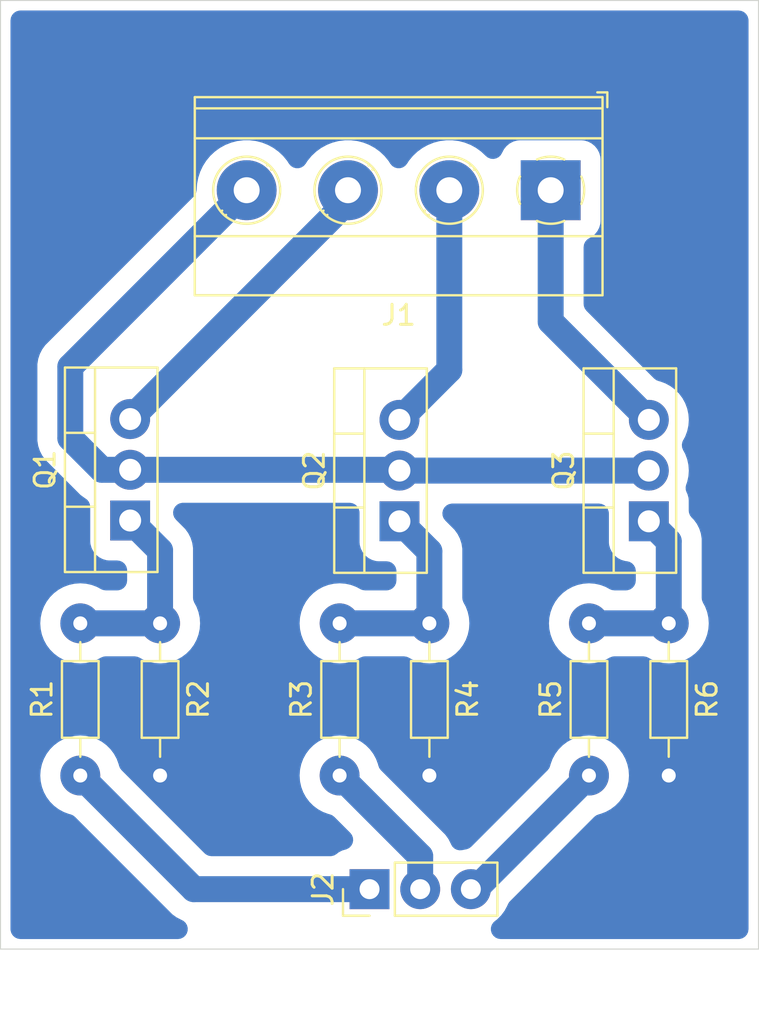
<source format=kicad_pcb>
(kicad_pcb (version 20240108) (generator "pcbnew") (generator_version "8.0")
  (layers (0 "F.Cu" signal) (31 "B.Cu" signal) (34 "B.Paste" user) (35 "F.Paste" user) (36 "B.SilkS" user "B.Silkscreen") (37 "F.SilkS" user "F.Silkscreen") (38 "B.Mask" user) (39 "F.Mask" user) (44 "Edge.Cuts" user))
  (net 0 "")
  (net 1 "B")
  (net 2 "+12V")
  (net 3 "R")
  (net 4 "G")
  (net 5 "G_Signal")
  (net 6 "B_Signal")
  (net 7 "R_Signal")
  (net 8 "Net-(Q1-G)")
  (net 9 "Net-(Q2-G)")
  (net 10 "Net-(Q3-G)")
  (net 11 "GND")
  (footprint "Connector_PinHeader_2.54mm:PinHeader_1x03_P2.54mm_Vertical" (layer "F.Cu") (at 150 106.5 90)
    (property "Reference" "J2" (at 0 -2.33 90) (layer "F.SilkS"))
    (property "Value" "Conn_01x03_Male")
    (fp_line (start -1.33 -1.33) (end 0 -1.33) (stroke (width 0.12)) (layer "F.SilkS"))
    (fp_line (start -1.33 0) (end -1.33 -1.33) (stroke (width 0.12)) (layer "F.SilkS"))
    (fp_line (start 1.33 1.27) (end 1.33 6.41) (stroke (width 0.12)) (layer "F.SilkS"))
    (fp_line (start -1.33 1.27) (end 1.33 1.27) (stroke (width 0.12)) (layer "F.SilkS"))
    (fp_line (start -1.33 1.27) (end -1.33 6.41) (stroke (width 0.12)) (layer "F.SilkS"))
    (fp_line (start -1.33 6.41) (end 1.33 6.41) (stroke (width 0.12)) (layer "F.SilkS"))
    (pad "1" thru_hole rect (at 0 0 90) (size 2 2) (drill 1) (layers "*.Cu" "*.Mask" "In1.Cu" "In2.Cu" "In3.Cu" "In4.Cu" "In5.Cu" "In6.Cu" "In7.Cu" "In8.Cu" "In9.Cu" "In10.Cu" "In11.Cu" "In12.Cu" "In13.Cu" "In14.Cu" "In15.Cu" "In16.Cu" "In17.Cu" "In18.Cu" "In19.Cu" "In20.Cu" "In21.Cu" "In22.Cu" "In23.Cu" "In24.Cu" "In25.Cu" "In26.Cu" "In27.Cu" "In28.Cu" "In29.Cu" "In30.Cu") (net 7 "R_Signal"))
    (pad "2" thru_hole oval (at 0 2.54 90) (size 2 2) (drill 1) (layers "*.Cu" "*.Mask" "In1.Cu" "In2.Cu" "In3.Cu" "In4.Cu" "In5.Cu" "In6.Cu" "In7.Cu" "In8.Cu" "In9.Cu" "In10.Cu" "In11.Cu" "In12.Cu" "In13.Cu" "In14.Cu" "In15.Cu" "In16.Cu" "In17.Cu" "In18.Cu" "In19.Cu" "In20.Cu" "In21.Cu" "In22.Cu" "In23.Cu" "In24.Cu" "In25.Cu" "In26.Cu" "In27.Cu" "In28.Cu" "In29.Cu" "In30.Cu") (net 5 "G_Signal"))
    (pad "3" thru_hole oval (at 0 5.08 90) (size 2 2) (drill 1) (layers "*.Cu" "*.Mask" "In1.Cu" "In2.Cu" "In3.Cu" "In4.Cu" "In5.Cu" "In6.Cu" "In7.Cu" "In8.Cu" "In9.Cu" "In10.Cu" "In11.Cu" "In12.Cu" "In13.Cu" "In14.Cu" "In15.Cu" "In16.Cu" "In17.Cu" "In18.Cu" "In19.Cu" "In20.Cu" "In21.Cu" "In22.Cu" "In23.Cu" "In24.Cu" "In25.Cu" "In26.Cu" "In27.Cu" "In28.Cu" "In29.Cu" "In30.Cu") (net 6 "B_Signal"))
  )
  (footprint "Resistor_THT:R_Axial_DIN0204_L3.6mm_D1.6mm_P7.62mm_Horizontal" (layer "F.Cu") (at 139.5 93.19 -90)
    (property "Reference" "R2" (at 3.81 -1.92 90) (layer "F.SilkS"))
    (property "Value" "10k")
    (fp_line (start 1.89 0.92) (end 5.73 0.92) (stroke (width 0.12)) (layer "F.SilkS"))
    (fp_line (start 5.73 0.92) (end 5.73 -0.92) (stroke (width 0.12)) (layer "F.SilkS"))
    (fp_line (start 0.94 0) (end 1.89 0) (stroke (width 0.12)) (layer "F.SilkS"))
    (fp_line (start 6.68 0) (end 5.73 0) (stroke (width 0.12)) (layer "F.SilkS"))
    (fp_line (start 1.89 -0.92) (end 1.89 0.92) (stroke (width 0.12)) (layer "F.SilkS"))
    (fp_line (start 5.73 -0.92) (end 1.89 -0.92) (stroke (width 0.12)) (layer "F.SilkS"))
    (pad "1" thru_hole circle (at 0 0 270) (size 2 2) (drill 0.7) (layers "*.Cu" "*.Mask" "In1.Cu" "In2.Cu" "In3.Cu" "In4.Cu" "In5.Cu" "In6.Cu" "In7.Cu" "In8.Cu" "In9.Cu" "In10.Cu" "In11.Cu" "In12.Cu" "In13.Cu" "In14.Cu" "In15.Cu" "In16.Cu" "In17.Cu" "In18.Cu" "In19.Cu" "In20.Cu" "In21.Cu" "In22.Cu" "In23.Cu" "In24.Cu" "In25.Cu" "In26.Cu" "In27.Cu" "In28.Cu" "In29.Cu" "In30.Cu") (net 8 "Net-(Q1-G)"))
    (pad "2" thru_hole oval (at 7.62 0 270) (size 2 2) (drill 0.7) (layers "*.Cu" "*.Mask" "In1.Cu" "In2.Cu" "In3.Cu" "In4.Cu" "In5.Cu" "In6.Cu" "In7.Cu" "In8.Cu" "In9.Cu" "In10.Cu" "In11.Cu" "In12.Cu" "In13.Cu" "In14.Cu" "In15.Cu" "In16.Cu" "In17.Cu" "In18.Cu" "In19.Cu" "In20.Cu" "In21.Cu" "In22.Cu" "In23.Cu" "In24.Cu" "In25.Cu" "In26.Cu" "In27.Cu" "In28.Cu" "In29.Cu" "In30.Cu") (net 11 "GND"))
  )
  (footprint "Resistor_THT:R_Axial_DIN0204_L3.6mm_D1.6mm_P7.62mm_Horizontal" (layer "F.Cu") (at 161 100.81 90)
    (property "Reference" "R5" (at 3.81 -1.92 90) (layer "F.SilkS"))
    (property "Value" "470")
    (fp_line (start 5.73 -0.92) (end 1.89 -0.92) (stroke (width 0.12)) (layer "F.SilkS"))
    (fp_line (start 1.89 -0.92) (end 1.89 0.92) (stroke (width 0.12)) (layer "F.SilkS"))
    (fp_line (start 6.68 0) (end 5.73 0) (stroke (width 0.12)) (layer "F.SilkS"))
    (fp_line (start 0.94 0) (end 1.89 0) (stroke (width 0.12)) (layer "F.SilkS"))
    (fp_line (start 5.73 0.92) (end 5.73 -0.92) (stroke (width 0.12)) (layer "F.SilkS"))
    (fp_line (start 1.89 0.92) (end 5.73 0.92) (stroke (width 0.12)) (layer "F.SilkS"))
    (pad "1" thru_hole circle (at 0 0 90) (size 2 2) (drill 0.7) (layers "*.Cu" "*.Mask" "In1.Cu" "In2.Cu" "In3.Cu" "In4.Cu" "In5.Cu" "In6.Cu" "In7.Cu" "In8.Cu" "In9.Cu" "In10.Cu" "In11.Cu" "In12.Cu" "In13.Cu" "In14.Cu" "In15.Cu" "In16.Cu" "In17.Cu" "In18.Cu" "In19.Cu" "In20.Cu" "In21.Cu" "In22.Cu" "In23.Cu" "In24.Cu" "In25.Cu" "In26.Cu" "In27.Cu" "In28.Cu" "In29.Cu" "In30.Cu") (net 6 "B_Signal"))
    (pad "2" thru_hole oval (at 7.62 0 90) (size 2 2) (drill 0.7) (layers "*.Cu" "*.Mask" "In1.Cu" "In2.Cu" "In3.Cu" "In4.Cu" "In5.Cu" "In6.Cu" "In7.Cu" "In8.Cu" "In9.Cu" "In10.Cu" "In11.Cu" "In12.Cu" "In13.Cu" "In14.Cu" "In15.Cu" "In16.Cu" "In17.Cu" "In18.Cu" "In19.Cu" "In20.Cu" "In21.Cu" "In22.Cu" "In23.Cu" "In24.Cu" "In25.Cu" "In26.Cu" "In27.Cu" "In28.Cu" "In29.Cu" "In30.Cu") (net 10 "Net-(Q3-G)"))
  )
  (footprint "TerminalBlock_Phoenix:TerminalBlock_Phoenix_MKDS-1,5-4-5.08_1x04_P5.08mm_Horizontal" (layer "F.Cu") (at 159.08 71.5 180)
    (property "Reference" "J1" (at 7.62 -6.26 360) (layer "F.SilkS"))
    (property "Value" "Screw_Terminal_01x04")
    (fp_line (start 17.84 -5.261) (end 17.84 4.66) (stroke (width 0.12)) (layer "F.SilkS"))
    (fp_line (start 16.515 -1.069) (end 16.468 -1.023) (stroke (width 0.12)) (layer "F.SilkS"))
    (fp_line (start 16.31 -1.275) (end 16.275 -1.239) (stroke (width 0.12)) (layer "F.SilkS"))
    (fp_line (start 14.206 1.239) (end 14.171 1.274) (stroke (width 0.12)) (layer "F.SilkS"))
    (fp_line (start 14.013 1.023) (end 13.966 1.069) (stroke (width 0.12)) (layer "F.SilkS"))
    (fp_line (start 11.435 -1.069) (end 11.388 -1.023) (stroke (width 0.12)) (layer "F.SilkS"))
    (fp_line (start 11.23 -1.275) (end 11.195 -1.239) (stroke (width 0.12)) (layer "F.SilkS"))
    (fp_line (start 9.126 1.239) (end 9.091 1.274) (stroke (width 0.12)) (layer "F.SilkS"))
    (fp_line (start 8.933 1.023) (end 8.886 1.069) (stroke (width 0.12)) (layer "F.SilkS"))
    (fp_line (start 6.355 -1.069) (end 6.308 -1.023) (stroke (width 0.12)) (layer "F.SilkS"))
    (fp_line (start 6.15 -1.275) (end 6.115 -1.239) (stroke (width 0.12)) (layer "F.SilkS"))
    (fp_line (start 4.046 1.239) (end 4.011 1.274) (stroke (width 0.12)) (layer "F.SilkS"))
    (fp_line (start 3.853 1.023) (end 3.806 1.069) (stroke (width 0.12)) (layer "F.SilkS"))
    (fp_line (start -2.6 4.66) (end 17.84 4.66) (stroke (width 0.12)) (layer "F.SilkS"))
    (fp_line (start -2.6 4.1) (end 17.84 4.1) (stroke (width 0.12)) (layer "F.SilkS"))
    (fp_line (start -2.6 2.6) (end 17.84 2.6) (stroke (width 0.12)) (layer "F.SilkS"))
    (fp_line (start -2.6 -2.301) (end 17.84 -2.301) (stroke (width 0.12)) (layer "F.SilkS"))
    (fp_line (start -2.6 -5.261) (end 17.84 -5.261) (stroke (width 0.12)) (layer "F.SilkS"))
    (fp_line (start -2.6 -5.261) (end -2.6 4.66) (stroke (width 0.12)) (layer "F.SilkS"))
    (fp_line (start -2.84 4.9) (end -2.34 4.9) (stroke (width 0.12)) (layer "F.SilkS"))
    (fp_line (start -2.84 4.16) (end -2.84 4.9) (stroke (width 0.12)) (layer "F.SilkS"))
    (fp_arc (start 1.535427 -0.683042) (mid 1.680501 0.000524) (end 1.535 0.684) (stroke (width 0.12)) (layer "F.SilkS"))
    (fp_arc (start 0.683318 1.534756) (mid 0.349292 1.643288) (end 0 1.68) (stroke (width 0.12)) (layer "F.SilkS"))
    (fp_arc (start 0.028805 1.680253) (mid -0.335551 1.646659) (end -0.684 1.535) (stroke (width 0.12)) (layer "F.SilkS"))
    (fp_arc (start -0.683042 -1.535427) (mid 0.000524 -1.680501) (end 0.684 -1.535) (stroke (width 0.12)) (layer "F.SilkS"))
    (fp_arc (start -1.535427 0.683042) (mid -1.680501 -0.000524) (end -1.535 -0.684) (stroke (width 0.12)) (layer "F.SilkS"))
    (fp_circle (center 15.24 0) (end 16.92 0) (stroke (width 0.12)) (fill none) (layer "F.SilkS"))
    (fp_circle (center 10.16 0) (end 11.84 0) (stroke (width 0.12)) (fill none) (layer "F.SilkS"))
    (fp_circle (center 5.08 0) (end 6.76 0) (stroke (width 0.12)) (fill none) (layer "F.SilkS"))
    (pad "1" thru_hole rect (at 0 0 180) (size 3 3) (drill 1.3) (layers "*.Cu" "*.Mask" "In1.Cu" "In2.Cu" "In3.Cu" "In4.Cu" "In5.Cu" "In6.Cu" "In7.Cu" "In8.Cu" "In9.Cu" "In10.Cu" "In11.Cu" "In12.Cu" "In13.Cu" "In14.Cu" "In15.Cu" "In16.Cu" "In17.Cu" "In18.Cu" "In19.Cu" "In20.Cu" "In21.Cu" "In22.Cu" "In23.Cu" "In24.Cu" "In25.Cu" "In26.Cu" "In27.Cu" "In28.Cu" "In29.Cu" "In30.Cu") (net 1 "B"))
    (pad "2" thru_hole circle (at 5.08 0 180) (size 3 3) (drill 1.3) (layers "*.Cu" "*.Mask" "In1.Cu" "In2.Cu" "In3.Cu" "In4.Cu" "In5.Cu" "In6.Cu" "In7.Cu" "In8.Cu" "In9.Cu" "In10.Cu" "In11.Cu" "In12.Cu" "In13.Cu" "In14.Cu" "In15.Cu" "In16.Cu" "In17.Cu" "In18.Cu" "In19.Cu" "In20.Cu" "In21.Cu" "In22.Cu" "In23.Cu" "In24.Cu" "In25.Cu" "In26.Cu" "In27.Cu" "In28.Cu" "In29.Cu" "In30.Cu") (net 4 "G"))
    (pad "3" thru_hole circle (at 10.16 0 180) (size 3 3) (drill 1.3) (layers "*.Cu" "*.Mask" "In1.Cu" "In2.Cu" "In3.Cu" "In4.Cu" "In5.Cu" "In6.Cu" "In7.Cu" "In8.Cu" "In9.Cu" "In10.Cu" "In11.Cu" "In12.Cu" "In13.Cu" "In14.Cu" "In15.Cu" "In16.Cu" "In17.Cu" "In18.Cu" "In19.Cu" "In20.Cu" "In21.Cu" "In22.Cu" "In23.Cu" "In24.Cu" "In25.Cu" "In26.Cu" "In27.Cu" "In28.Cu" "In29.Cu" "In30.Cu") (net 3 "R"))
    (pad "4" thru_hole circle (at 15.24 0 180) (size 3 3) (drill 1.3) (layers "*.Cu" "*.Mask" "In1.Cu" "In2.Cu" "In3.Cu" "In4.Cu" "In5.Cu" "In6.Cu" "In7.Cu" "In8.Cu" "In9.Cu" "In10.Cu" "In11.Cu" "In12.Cu" "In13.Cu" "In14.Cu" "In15.Cu" "In16.Cu" "In17.Cu" "In18.Cu" "In19.Cu" "In20.Cu" "In21.Cu" "In22.Cu" "In23.Cu" "In24.Cu" "In25.Cu" "In26.Cu" "In27.Cu" "In28.Cu" "In29.Cu" "In30.Cu") (net 2 "+12V"))
  )
  (footprint "Resistor_THT:R_Axial_DIN0204_L3.6mm_D1.6mm_P7.62mm_Horizontal" (layer "F.Cu") (at 165 93.19 -90)
    (property "Reference" "R6" (at 3.81 -1.92 90) (layer "F.SilkS"))
    (property "Value" "10k")
    (fp_line (start 1.89 0.92) (end 5.73 0.92) (stroke (width 0.12)) (layer "F.SilkS"))
    (fp_line (start 5.73 0.92) (end 5.73 -0.92) (stroke (width 0.12)) (layer "F.SilkS"))
    (fp_line (start 0.94 0) (end 1.89 0) (stroke (width 0.12)) (layer "F.SilkS"))
    (fp_line (start 6.68 0) (end 5.73 0) (stroke (width 0.12)) (layer "F.SilkS"))
    (fp_line (start 1.89 -0.92) (end 1.89 0.92) (stroke (width 0.12)) (layer "F.SilkS"))
    (fp_line (start 5.73 -0.92) (end 1.89 -0.92) (stroke (width 0.12)) (layer "F.SilkS"))
    (pad "1" thru_hole circle (at 0 0 270) (size 2 2) (drill 0.7) (layers "*.Cu" "*.Mask" "In1.Cu" "In2.Cu" "In3.Cu" "In4.Cu" "In5.Cu" "In6.Cu" "In7.Cu" "In8.Cu" "In9.Cu" "In10.Cu" "In11.Cu" "In12.Cu" "In13.Cu" "In14.Cu" "In15.Cu" "In16.Cu" "In17.Cu" "In18.Cu" "In19.Cu" "In20.Cu" "In21.Cu" "In22.Cu" "In23.Cu" "In24.Cu" "In25.Cu" "In26.Cu" "In27.Cu" "In28.Cu" "In29.Cu" "In30.Cu") (net 10 "Net-(Q3-G)"))
    (pad "2" thru_hole oval (at 7.62 0 270) (size 2 2) (drill 0.7) (layers "*.Cu" "*.Mask" "In1.Cu" "In2.Cu" "In3.Cu" "In4.Cu" "In5.Cu" "In6.Cu" "In7.Cu" "In8.Cu" "In9.Cu" "In10.Cu" "In11.Cu" "In12.Cu" "In13.Cu" "In14.Cu" "In15.Cu" "In16.Cu" "In17.Cu" "In18.Cu" "In19.Cu" "In20.Cu" "In21.Cu" "In22.Cu" "In23.Cu" "In24.Cu" "In25.Cu" "In26.Cu" "In27.Cu" "In28.Cu" "In29.Cu" "In30.Cu") (net 11 "GND"))
  )
  (footprint "Package_TO_SOT_THT:TO-220-3_Vertical" (layer "F.Cu") (at 164 88.08 90)
    (property "Reference" "Q3" (at 2.54 -4.27 90) (layer "F.SilkS"))
    (property "Value" "IRLZ44N")
    (fp_line (start 7.66 -3.27) (end 7.66 1.371) (stroke (width 0.12)) (layer "F.SilkS"))
    (fp_line (start 4.391 -3.27) (end 4.391 -1.76) (stroke (width 0.12)) (layer "F.SilkS"))
    (fp_line (start 0.69 -3.27) (end 0.69 -1.76) (stroke (width 0.12)) (layer "F.SilkS"))
    (fp_line (start -2.58 -3.27) (end 7.66 -3.27) (stroke (width 0.12)) (layer "F.SilkS"))
    (fp_line (start -2.58 -3.27) (end -2.58 1.371) (stroke (width 0.12)) (layer "F.SilkS"))
    (fp_line (start -2.58 -1.76) (end 7.66 -1.76) (stroke (width 0.12)) (layer "F.SilkS"))
    (fp_line (start -2.58 1.371) (end 7.66 1.371) (stroke (width 0.12)) (layer "F.SilkS"))
    (pad "1" thru_hole rect (at 0 0 90) (size 2 2) (drill 1.1) (layers "*.Cu" "*.Mask" "In1.Cu" "In2.Cu" "In3.Cu" "In4.Cu" "In5.Cu" "In6.Cu" "In7.Cu" "In8.Cu" "In9.Cu" "In10.Cu" "In11.Cu" "In12.Cu" "In13.Cu" "In14.Cu" "In15.Cu" "In16.Cu" "In17.Cu" "In18.Cu" "In19.Cu" "In20.Cu" "In21.Cu" "In22.Cu" "In23.Cu" "In24.Cu" "In25.Cu" "In26.Cu" "In27.Cu" "In28.Cu" "In29.Cu" "In30.Cu") (net 10 "Net-(Q3-G)"))
    (pad "2" thru_hole oval (at 2.54 0 90) (size 2 2) (drill 1.1) (layers "*.Cu" "*.Mask" "In1.Cu" "In2.Cu" "In3.Cu" "In4.Cu" "In5.Cu" "In6.Cu" "In7.Cu" "In8.Cu" "In9.Cu" "In10.Cu" "In11.Cu" "In12.Cu" "In13.Cu" "In14.Cu" "In15.Cu" "In16.Cu" "In17.Cu" "In18.Cu" "In19.Cu" "In20.Cu" "In21.Cu" "In22.Cu" "In23.Cu" "In24.Cu" "In25.Cu" "In26.Cu" "In27.Cu" "In28.Cu" "In29.Cu" "In30.Cu") (net 2 "+12V"))
    (pad "3" thru_hole oval (at 5.08 0 90) (size 2 2) (drill 1.1) (layers "*.Cu" "*.Mask" "In1.Cu" "In2.Cu" "In3.Cu" "In4.Cu" "In5.Cu" "In6.Cu" "In7.Cu" "In8.Cu" "In9.Cu" "In10.Cu" "In11.Cu" "In12.Cu" "In13.Cu" "In14.Cu" "In15.Cu" "In16.Cu" "In17.Cu" "In18.Cu" "In19.Cu" "In20.Cu" "In21.Cu" "In22.Cu" "In23.Cu" "In24.Cu" "In25.Cu" "In26.Cu" "In27.Cu" "In28.Cu" "In29.Cu" "In30.Cu") (net 1 "B"))
  )
  (footprint "Package_TO_SOT_THT:TO-220-3_Vertical" (layer "F.Cu") (at 151.5 88.08 90)
    (property "Reference" "Q2" (at 2.54 -4.27 90) (layer "F.SilkS"))
    (property "Value" "IRLZ44N")
    (fp_line (start 7.66 -3.27) (end 7.66 1.371) (stroke (width 0.12)) (layer "F.SilkS"))
    (fp_line (start 4.391 -3.27) (end 4.391 -1.76) (stroke (width 0.12)) (layer "F.SilkS"))
    (fp_line (start 0.69 -3.27) (end 0.69 -1.76) (stroke (width 0.12)) (layer "F.SilkS"))
    (fp_line (start -2.58 -3.27) (end 7.66 -3.27) (stroke (width 0.12)) (layer "F.SilkS"))
    (fp_line (start -2.58 -3.27) (end -2.58 1.371) (stroke (width 0.12)) (layer "F.SilkS"))
    (fp_line (start -2.58 -1.76) (end 7.66 -1.76) (stroke (width 0.12)) (layer "F.SilkS"))
    (fp_line (start -2.58 1.371) (end 7.66 1.371) (stroke (width 0.12)) (layer "F.SilkS"))
    (pad "1" thru_hole rect (at 0 0 90) (size 2 2) (drill 1.1) (layers "*.Cu" "*.Mask" "In1.Cu" "In2.Cu" "In3.Cu" "In4.Cu" "In5.Cu" "In6.Cu" "In7.Cu" "In8.Cu" "In9.Cu" "In10.Cu" "In11.Cu" "In12.Cu" "In13.Cu" "In14.Cu" "In15.Cu" "In16.Cu" "In17.Cu" "In18.Cu" "In19.Cu" "In20.Cu" "In21.Cu" "In22.Cu" "In23.Cu" "In24.Cu" "In25.Cu" "In26.Cu" "In27.Cu" "In28.Cu" "In29.Cu" "In30.Cu") (net 9 "Net-(Q2-G)"))
    (pad "2" thru_hole oval (at 2.54 0 90) (size 2 2) (drill 1.1) (layers "*.Cu" "*.Mask" "In1.Cu" "In2.Cu" "In3.Cu" "In4.Cu" "In5.Cu" "In6.Cu" "In7.Cu" "In8.Cu" "In9.Cu" "In10.Cu" "In11.Cu" "In12.Cu" "In13.Cu" "In14.Cu" "In15.Cu" "In16.Cu" "In17.Cu" "In18.Cu" "In19.Cu" "In20.Cu" "In21.Cu" "In22.Cu" "In23.Cu" "In24.Cu" "In25.Cu" "In26.Cu" "In27.Cu" "In28.Cu" "In29.Cu" "In30.Cu") (net 2 "+12V"))
    (pad "3" thru_hole oval (at 5.08 0 90) (size 2 2) (drill 1.1) (layers "*.Cu" "*.Mask" "In1.Cu" "In2.Cu" "In3.Cu" "In4.Cu" "In5.Cu" "In6.Cu" "In7.Cu" "In8.Cu" "In9.Cu" "In10.Cu" "In11.Cu" "In12.Cu" "In13.Cu" "In14.Cu" "In15.Cu" "In16.Cu" "In17.Cu" "In18.Cu" "In19.Cu" "In20.Cu" "In21.Cu" "In22.Cu" "In23.Cu" "In24.Cu" "In25.Cu" "In26.Cu" "In27.Cu" "In28.Cu" "In29.Cu" "In30.Cu") (net 4 "G"))
  )
  (footprint "Package_TO_SOT_THT:TO-220-3_Vertical" (layer "F.Cu") (at 138 88.04 90)
    (property "Reference" "Q1" (at 2.54 -4.27 90) (layer "F.SilkS"))
    (property "Value" "IRLZ44N")
    (fp_line (start 7.66 -3.27) (end 7.66 1.371) (stroke (width 0.12)) (layer "F.SilkS"))
    (fp_line (start 4.391 -3.27) (end 4.391 -1.76) (stroke (width 0.12)) (layer "F.SilkS"))
    (fp_line (start 0.69 -3.27) (end 0.69 -1.76) (stroke (width 0.12)) (layer "F.SilkS"))
    (fp_line (start -2.58 -3.27) (end 7.66 -3.27) (stroke (width 0.12)) (layer "F.SilkS"))
    (fp_line (start -2.58 -3.27) (end -2.58 1.371) (stroke (width 0.12)) (layer "F.SilkS"))
    (fp_line (start -2.58 -1.76) (end 7.66 -1.76) (stroke (width 0.12)) (layer "F.SilkS"))
    (fp_line (start -2.58 1.371) (end 7.66 1.371) (stroke (width 0.12)) (layer "F.SilkS"))
    (pad "1" thru_hole rect (at 0 0 90) (size 2 2) (drill 1.1) (layers "*.Cu" "*.Mask" "In1.Cu" "In2.Cu" "In3.Cu" "In4.Cu" "In5.Cu" "In6.Cu" "In7.Cu" "In8.Cu" "In9.Cu" "In10.Cu" "In11.Cu" "In12.Cu" "In13.Cu" "In14.Cu" "In15.Cu" "In16.Cu" "In17.Cu" "In18.Cu" "In19.Cu" "In20.Cu" "In21.Cu" "In22.Cu" "In23.Cu" "In24.Cu" "In25.Cu" "In26.Cu" "In27.Cu" "In28.Cu" "In29.Cu" "In30.Cu") (net 8 "Net-(Q1-G)"))
    (pad "2" thru_hole oval (at 2.54 0 90) (size 2 2) (drill 1.1) (layers "*.Cu" "*.Mask" "In1.Cu" "In2.Cu" "In3.Cu" "In4.Cu" "In5.Cu" "In6.Cu" "In7.Cu" "In8.Cu" "In9.Cu" "In10.Cu" "In11.Cu" "In12.Cu" "In13.Cu" "In14.Cu" "In15.Cu" "In16.Cu" "In17.Cu" "In18.Cu" "In19.Cu" "In20.Cu" "In21.Cu" "In22.Cu" "In23.Cu" "In24.Cu" "In25.Cu" "In26.Cu" "In27.Cu" "In28.Cu" "In29.Cu" "In30.Cu") (net 2 "+12V"))
    (pad "3" thru_hole oval (at 5.08 0 90) (size 2 2) (drill 1.1) (layers "*.Cu" "*.Mask" "In1.Cu" "In2.Cu" "In3.Cu" "In4.Cu" "In5.Cu" "In6.Cu" "In7.Cu" "In8.Cu" "In9.Cu" "In10.Cu" "In11.Cu" "In12.Cu" "In13.Cu" "In14.Cu" "In15.Cu" "In16.Cu" "In17.Cu" "In18.Cu" "In19.Cu" "In20.Cu" "In21.Cu" "In22.Cu" "In23.Cu" "In24.Cu" "In25.Cu" "In26.Cu" "In27.Cu" "In28.Cu" "In29.Cu" "In30.Cu") (net 3 "R"))
  )
  (footprint "Resistor_THT:R_Axial_DIN0204_L3.6mm_D1.6mm_P7.62mm_Horizontal" (layer "F.Cu") (at 148.5 100.81 90)
    (property "Reference" "R3" (at 3.81 -1.92 90) (layer "F.SilkS"))
    (property "Value" "470")
    (fp_line (start 5.73 -0.92) (end 1.89 -0.92) (stroke (width 0.12)) (layer "F.SilkS"))
    (fp_line (start 1.89 -0.92) (end 1.89 0.92) (stroke (width 0.12)) (layer "F.SilkS"))
    (fp_line (start 6.68 0) (end 5.73 0) (stroke (width 0.12)) (layer "F.SilkS"))
    (fp_line (start 0.94 0) (end 1.89 0) (stroke (width 0.12)) (layer "F.SilkS"))
    (fp_line (start 5.73 0.92) (end 5.73 -0.92) (stroke (width 0.12)) (layer "F.SilkS"))
    (fp_line (start 1.89 0.92) (end 5.73 0.92) (stroke (width 0.12)) (layer "F.SilkS"))
    (pad "1" thru_hole circle (at 0 0 90) (size 2 2) (drill 0.7) (layers "*.Cu" "*.Mask" "In1.Cu" "In2.Cu" "In3.Cu" "In4.Cu" "In5.Cu" "In6.Cu" "In7.Cu" "In8.Cu" "In9.Cu" "In10.Cu" "In11.Cu" "In12.Cu" "In13.Cu" "In14.Cu" "In15.Cu" "In16.Cu" "In17.Cu" "In18.Cu" "In19.Cu" "In20.Cu" "In21.Cu" "In22.Cu" "In23.Cu" "In24.Cu" "In25.Cu" "In26.Cu" "In27.Cu" "In28.Cu" "In29.Cu" "In30.Cu") (net 5 "G_Signal"))
    (pad "2" thru_hole oval (at 7.62 0 90) (size 2 2) (drill 0.7) (layers "*.Cu" "*.Mask" "In1.Cu" "In2.Cu" "In3.Cu" "In4.Cu" "In5.Cu" "In6.Cu" "In7.Cu" "In8.Cu" "In9.Cu" "In10.Cu" "In11.Cu" "In12.Cu" "In13.Cu" "In14.Cu" "In15.Cu" "In16.Cu" "In17.Cu" "In18.Cu" "In19.Cu" "In20.Cu" "In21.Cu" "In22.Cu" "In23.Cu" "In24.Cu" "In25.Cu" "In26.Cu" "In27.Cu" "In28.Cu" "In29.Cu" "In30.Cu") (net 9 "Net-(Q2-G)"))
  )
  (footprint "Resistor_THT:R_Axial_DIN0204_L3.6mm_D1.6mm_P7.62mm_Horizontal" (layer "F.Cu") (at 153 93.19 -90)
    (property "Reference" "R4" (at 3.81 -1.92 90) (layer "F.SilkS"))
    (property "Value" "10k")
    (fp_line (start 1.89 0.92) (end 5.73 0.92) (stroke (width 0.12)) (layer "F.SilkS"))
    (fp_line (start 5.73 0.92) (end 5.73 -0.92) (stroke (width 0.12)) (layer "F.SilkS"))
    (fp_line (start 0.94 0) (end 1.89 0) (stroke (width 0.12)) (layer "F.SilkS"))
    (fp_line (start 6.68 0) (end 5.73 0) (stroke (width 0.12)) (layer "F.SilkS"))
    (fp_line (start 1.89 -0.92) (end 1.89 0.92) (stroke (width 0.12)) (layer "F.SilkS"))
    (fp_line (start 5.73 -0.92) (end 1.89 -0.92) (stroke (width 0.12)) (layer "F.SilkS"))
    (pad "1" thru_hole circle (at 0 0 270) (size 2 2) (drill 0.7) (layers "*.Cu" "*.Mask" "In1.Cu" "In2.Cu" "In3.Cu" "In4.Cu" "In5.Cu" "In6.Cu" "In7.Cu" "In8.Cu" "In9.Cu" "In10.Cu" "In11.Cu" "In12.Cu" "In13.Cu" "In14.Cu" "In15.Cu" "In16.Cu" "In17.Cu" "In18.Cu" "In19.Cu" "In20.Cu" "In21.Cu" "In22.Cu" "In23.Cu" "In24.Cu" "In25.Cu" "In26.Cu" "In27.Cu" "In28.Cu" "In29.Cu" "In30.Cu") (net 9 "Net-(Q2-G)"))
    (pad "2" thru_hole oval (at 7.62 0 270) (size 2 2) (drill 0.7) (layers "*.Cu" "*.Mask" "In1.Cu" "In2.Cu" "In3.Cu" "In4.Cu" "In5.Cu" "In6.Cu" "In7.Cu" "In8.Cu" "In9.Cu" "In10.Cu" "In11.Cu" "In12.Cu" "In13.Cu" "In14.Cu" "In15.Cu" "In16.Cu" "In17.Cu" "In18.Cu" "In19.Cu" "In20.Cu" "In21.Cu" "In22.Cu" "In23.Cu" "In24.Cu" "In25.Cu" "In26.Cu" "In27.Cu" "In28.Cu" "In29.Cu" "In30.Cu") (net 11 "GND"))
  )
  (footprint "Resistor_THT:R_Axial_DIN0204_L3.6mm_D1.6mm_P7.62mm_Horizontal" (layer "F.Cu") (at 135.5 100.81 90)
    (property "Reference" "R1" (at 3.81 -1.92 90) (layer "F.SilkS"))
    (property "Value" "470")
    (fp_line (start 5.73 -0.92) (end 1.89 -0.92) (stroke (width 0.12)) (layer "F.SilkS"))
    (fp_line (start 1.89 -0.92) (end 1.89 0.92) (stroke (width 0.12)) (layer "F.SilkS"))
    (fp_line (start 6.68 0) (end 5.73 0) (stroke (width 0.12)) (layer "F.SilkS"))
    (fp_line (start 0.94 0) (end 1.89 0) (stroke (width 0.12)) (layer "F.SilkS"))
    (fp_line (start 5.73 0.92) (end 5.73 -0.92) (stroke (width 0.12)) (layer "F.SilkS"))
    (fp_line (start 1.89 0.92) (end 5.73 0.92) (stroke (width 0.12)) (layer "F.SilkS"))
    (pad "1" thru_hole circle (at 0 0 90) (size 2 2) (drill 0.7) (layers "*.Cu" "*.Mask" "In1.Cu" "In2.Cu" "In3.Cu" "In4.Cu" "In5.Cu" "In6.Cu" "In7.Cu" "In8.Cu" "In9.Cu" "In10.Cu" "In11.Cu" "In12.Cu" "In13.Cu" "In14.Cu" "In15.Cu" "In16.Cu" "In17.Cu" "In18.Cu" "In19.Cu" "In20.Cu" "In21.Cu" "In22.Cu" "In23.Cu" "In24.Cu" "In25.Cu" "In26.Cu" "In27.Cu" "In28.Cu" "In29.Cu" "In30.Cu") (net 7 "R_Signal"))
    (pad "2" thru_hole oval (at 7.62 0 90) (size 2 2) (drill 0.7) (layers "*.Cu" "*.Mask" "In1.Cu" "In2.Cu" "In3.Cu" "In4.Cu" "In5.Cu" "In6.Cu" "In7.Cu" "In8.Cu" "In9.Cu" "In10.Cu" "In11.Cu" "In12.Cu" "In13.Cu" "In14.Cu" "In15.Cu" "In16.Cu" "In17.Cu" "In18.Cu" "In19.Cu" "In20.Cu" "In21.Cu" "In22.Cu" "In23.Cu" "In24.Cu" "In25.Cu" "In26.Cu" "In27.Cu" "In28.Cu" "In29.Cu" "In30.Cu") (net 8 "Net-(Q1-G)"))
  )
  (gr_line (start 131.5 109.5) (end 169.5 109.5) (stroke (width 0.05)) (layer "Edge.Cuts"))
  (gr_line (start 169.5 109.5) (end 169.5 62) (stroke (width 0.05)) (layer "Edge.Cuts"))
  (gr_line (start 131.5 109.5) (end 131.5 62) (stroke (width 0.05)) (layer "Edge.Cuts"))
  (gr_line (start 169.5 62) (end 131.5 62) (stroke (width 0.05)) (layer "Edge.Cuts"))
  (segment (start 159.08 71.5) (end 159.08 78.08) (width 1.3) (layer "B.Cu") (net 1))
  (segment (start 159.08 78.08) (end 164 83) (width 1.3) (layer "B.Cu") (net 1))
  (segment (start 138 85.5) (end 151.46 85.5) (width 1.3) (layer "B.Cu") (net 2))
  (segment (start 136.585787 85.5) (end 135 83.914213) (width 1.3) (layer "B.Cu") (net 2))
  (segment (start 164 85.54) (end 151.5 85.54) (width 1.3) (layer "B.Cu") (net 2))
  (segment (start 138 85.5) (end 136.585787 85.5) (width 1.3) (layer "B.Cu") (net 2))
  (segment (start 135 80.34) (end 143.84 71.5) (width 1.3) (layer "B.Cu") (net 2))
  (segment (start 135 83.914213) (end 135 80.34) (width 1.3) (layer "B.Cu") (net 2))
  (segment (start 151.46 85.5) (end 151.5 85.54) (width 1.3) (layer "B.Cu") (net 2))
  (segment (start 138 82.96) (end 148.92 72.04) (width 1.3) (layer "B.Cu") (net 3))
  (segment (start 148.92 72.04) (end 148.92 71.5) (width 1.3) (layer "B.Cu") (net 3))
  (segment (start 154 80.5) (end 151.5 83) (width 1.3) (layer "B.Cu") (net 4))
  (segment (start 154 71.5) (end 154 80.5) (width 1.3) (layer "B.Cu") (net 4))
  (segment (start 152.54 106.5) (end 152.54 104.85) (width 1.3) (layer "B.Cu") (net 5))
  (segment (start 152.54 104.85) (end 148.5 100.81) (width 1.3) (layer "B.Cu") (net 5))
  (segment (start 155.31 106.5) (end 161 100.81) (width 1.3) (layer "B.Cu") (net 6))
  (segment (start 155.08 106.5) (end 155.31 106.5) (width 1.3) (layer "B.Cu") (net 6))
  (segment (start 161 100.81) (end 161 101) (width 1.3) (layer "B.Cu") (net 6))
  (segment (start 141.19 106.5) (end 135.5 100.81) (width 1.3) (layer "B.Cu") (net 7))
  (segment (start 150 106.5) (end 141.19 106.5) (width 1.3) (layer "B.Cu") (net 7))
  (segment (start 139.5 93.19) (end 139.5 89.54) (width 1.3) (layer "B.Cu") (net 8))
  (segment (start 139.5 89.54) (end 138 88.04) (width 1.3) (layer "B.Cu") (net 8))
  (segment (start 135.5 93.19) (end 139.5 93.19) (width 1.3) (layer "B.Cu") (net 8))
  (segment (start 153 89.58) (end 151.5 88.08) (width 1.3) (layer "B.Cu") (net 9))
  (segment (start 148.5 93.19) (end 153 93.19) (width 1.3) (layer "B.Cu") (net 9))
  (segment (start 153 93.19) (end 153 89.58) (width 1.3) (layer "B.Cu") (net 9))
  (segment (start 165 93.19) (end 165 89.08) (width 1.3) (layer "B.Cu") (net 10))
  (segment (start 165 89.08) (end 164 88.08) (width 1.3) (layer "B.Cu") (net 10))
  (segment (start 161 93.19) (end 165 93.19) (width 1.3) (layer "B.Cu") (net 10))
  (zone (net 11) (net_name "GND") (layer "B.Cu") (connect_pads yes (clearance 1)) (min_thickness 1) (fill yes (thermal_gap 1) (thermal_bridge_width 1))
    (polygon (pts (xy 131.5 109.5) (xy 169.5 109.5) (xy 169.5 62) (xy 131.5 62)))
  )
)
</source>
